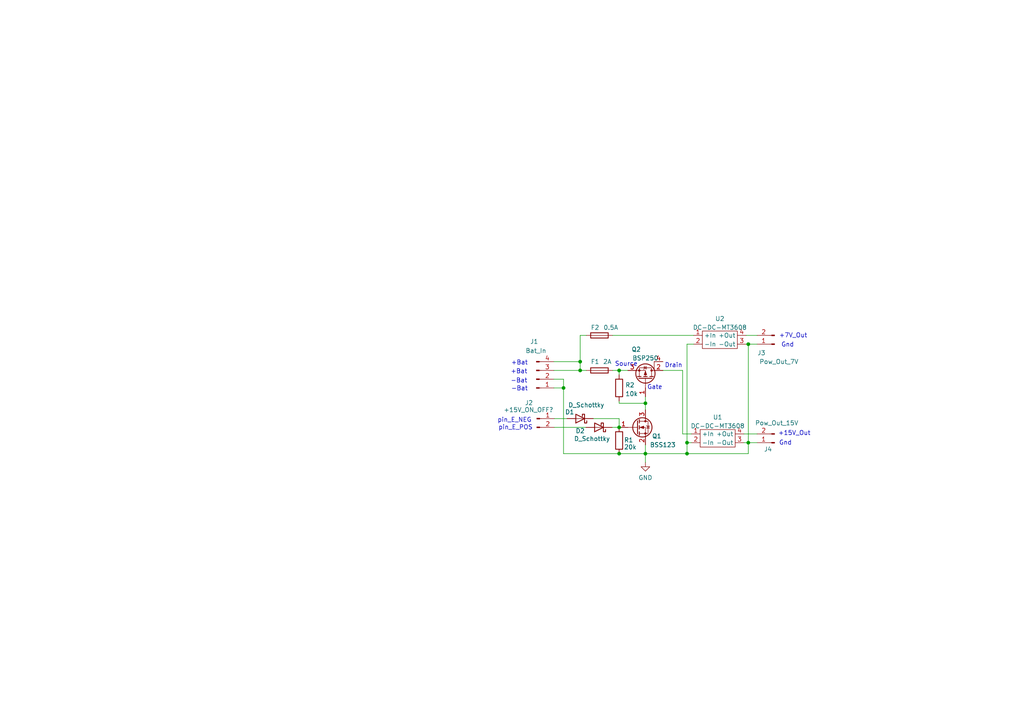
<source format=kicad_sch>
(kicad_sch (version 20211123) (generator eeschema)

  (uuid c3ea0578-92ff-4bf6-a1e1-e6211374ef30)

  (paper "A4")

  (lib_symbols
    (symbol "Connector:Conn_01x02_Male" (pin_names (offset 1.016) hide) (in_bom yes) (on_board yes)
      (property "Reference" "J" (id 0) (at 0 2.54 0)
        (effects (font (size 1.27 1.27)))
      )
      (property "Value" "Conn_01x02_Male" (id 1) (at 0 -5.08 0)
        (effects (font (size 1.27 1.27)))
      )
      (property "Footprint" "" (id 2) (at 0 0 0)
        (effects (font (size 1.27 1.27)) hide)
      )
      (property "Datasheet" "~" (id 3) (at 0 0 0)
        (effects (font (size 1.27 1.27)) hide)
      )
      (property "ki_keywords" "connector" (id 4) (at 0 0 0)
        (effects (font (size 1.27 1.27)) hide)
      )
      (property "ki_description" "Generic connector, single row, 01x02, script generated (kicad-library-utils/schlib/autogen/connector/)" (id 5) (at 0 0 0)
        (effects (font (size 1.27 1.27)) hide)
      )
      (property "ki_fp_filters" "Connector*:*_1x??_*" (id 6) (at 0 0 0)
        (effects (font (size 1.27 1.27)) hide)
      )
      (symbol "Conn_01x02_Male_1_1"
        (polyline
          (pts
            (xy 1.27 -2.54)
            (xy 0.8636 -2.54)
          )
          (stroke (width 0.1524) (type default) (color 0 0 0 0))
          (fill (type none))
        )
        (polyline
          (pts
            (xy 1.27 0)
            (xy 0.8636 0)
          )
          (stroke (width 0.1524) (type default) (color 0 0 0 0))
          (fill (type none))
        )
        (rectangle (start 0.8636 -2.413) (end 0 -2.667)
          (stroke (width 0.1524) (type default) (color 0 0 0 0))
          (fill (type outline))
        )
        (rectangle (start 0.8636 0.127) (end 0 -0.127)
          (stroke (width 0.1524) (type default) (color 0 0 0 0))
          (fill (type outline))
        )
        (pin passive line (at 5.08 0 180) (length 3.81)
          (name "Pin_1" (effects (font (size 1.27 1.27))))
          (number "1" (effects (font (size 1.27 1.27))))
        )
        (pin passive line (at 5.08 -2.54 180) (length 3.81)
          (name "Pin_2" (effects (font (size 1.27 1.27))))
          (number "2" (effects (font (size 1.27 1.27))))
        )
      )
    )
    (symbol "Connector:Conn_01x04_Male" (pin_names (offset 1.016) hide) (in_bom yes) (on_board yes)
      (property "Reference" "J" (id 0) (at 0 5.08 0)
        (effects (font (size 1.27 1.27)))
      )
      (property "Value" "Conn_01x04_Male" (id 1) (at 0 -7.62 0)
        (effects (font (size 1.27 1.27)))
      )
      (property "Footprint" "" (id 2) (at 0 0 0)
        (effects (font (size 1.27 1.27)) hide)
      )
      (property "Datasheet" "~" (id 3) (at 0 0 0)
        (effects (font (size 1.27 1.27)) hide)
      )
      (property "ki_keywords" "connector" (id 4) (at 0 0 0)
        (effects (font (size 1.27 1.27)) hide)
      )
      (property "ki_description" "Generic connector, single row, 01x04, script generated (kicad-library-utils/schlib/autogen/connector/)" (id 5) (at 0 0 0)
        (effects (font (size 1.27 1.27)) hide)
      )
      (property "ki_fp_filters" "Connector*:*_1x??_*" (id 6) (at 0 0 0)
        (effects (font (size 1.27 1.27)) hide)
      )
      (symbol "Conn_01x04_Male_1_1"
        (polyline
          (pts
            (xy 1.27 -5.08)
            (xy 0.8636 -5.08)
          )
          (stroke (width 0.1524) (type default) (color 0 0 0 0))
          (fill (type none))
        )
        (polyline
          (pts
            (xy 1.27 -2.54)
            (xy 0.8636 -2.54)
          )
          (stroke (width 0.1524) (type default) (color 0 0 0 0))
          (fill (type none))
        )
        (polyline
          (pts
            (xy 1.27 0)
            (xy 0.8636 0)
          )
          (stroke (width 0.1524) (type default) (color 0 0 0 0))
          (fill (type none))
        )
        (polyline
          (pts
            (xy 1.27 2.54)
            (xy 0.8636 2.54)
          )
          (stroke (width 0.1524) (type default) (color 0 0 0 0))
          (fill (type none))
        )
        (rectangle (start 0.8636 -4.953) (end 0 -5.207)
          (stroke (width 0.1524) (type default) (color 0 0 0 0))
          (fill (type outline))
        )
        (rectangle (start 0.8636 -2.413) (end 0 -2.667)
          (stroke (width 0.1524) (type default) (color 0 0 0 0))
          (fill (type outline))
        )
        (rectangle (start 0.8636 0.127) (end 0 -0.127)
          (stroke (width 0.1524) (type default) (color 0 0 0 0))
          (fill (type outline))
        )
        (rectangle (start 0.8636 2.667) (end 0 2.413)
          (stroke (width 0.1524) (type default) (color 0 0 0 0))
          (fill (type outline))
        )
        (pin passive line (at 5.08 2.54 180) (length 3.81)
          (name "Pin_1" (effects (font (size 1.27 1.27))))
          (number "1" (effects (font (size 1.27 1.27))))
        )
        (pin passive line (at 5.08 0 180) (length 3.81)
          (name "Pin_2" (effects (font (size 1.27 1.27))))
          (number "2" (effects (font (size 1.27 1.27))))
        )
        (pin passive line (at 5.08 -2.54 180) (length 3.81)
          (name "Pin_3" (effects (font (size 1.27 1.27))))
          (number "3" (effects (font (size 1.27 1.27))))
        )
        (pin passive line (at 5.08 -5.08 180) (length 3.81)
          (name "Pin_4" (effects (font (size 1.27 1.27))))
          (number "4" (effects (font (size 1.27 1.27))))
        )
      )
    )
    (symbol "DC-DC-MT3608_1" (in_bom yes) (on_board yes)
      (property "Reference" "U" (id 0) (at -6.35 7.62 0)
        (effects (font (size 1.27 1.27)))
      )
      (property "Value" "DC-DC-MT3608_1" (id 1) (at 0 5.08 0)
        (effects (font (size 1.27 1.27)))
      )
      (property "Footprint" "" (id 2) (at 0 0 0)
        (effects (font (size 1.27 1.27)) hide)
      )
      (property "Datasheet" "" (id 3) (at 0 0 0)
        (effects (font (size 1.27 1.27)) hide)
      )
      (symbol "DC-DC-MT3608_1_0_1"
        (rectangle (start 6.35 -1.27) (end -3.81 3.81)
          (stroke (width 0) (type default) (color 0 0 0 0))
          (fill (type none))
        )
      )
      (symbol "DC-DC-MT3608_1_1_1"
        (pin input line (at -6.35 2.54 0) (length 2.54)
          (name "+In" (effects (font (size 1.27 1.27))))
          (number "1" (effects (font (size 1.27 1.27))))
        )
        (pin input line (at -6.35 0 0) (length 2.54)
          (name "-In" (effects (font (size 1.27 1.27))))
          (number "2" (effects (font (size 1.27 1.27))))
        )
        (pin output line (at 8.89 0 180) (length 2.54)
          (name "-Out" (effects (font (size 1.27 1.27))))
          (number "3" (effects (font (size 1.27 1.27))))
        )
        (pin output line (at 8.89 2.54 180) (length 2.54)
          (name "+Out" (effects (font (size 1.27 1.27))))
          (number "4" (effects (font (size 1.27 1.27))))
        )
      )
    )
    (symbol "Device:D_Schottky" (pin_numbers hide) (pin_names (offset 1.016) hide) (in_bom yes) (on_board yes)
      (property "Reference" "D" (id 0) (at 0 2.54 0)
        (effects (font (size 1.27 1.27)))
      )
      (property "Value" "D_Schottky" (id 1) (at 0 -2.54 0)
        (effects (font (size 1.27 1.27)))
      )
      (property "Footprint" "" (id 2) (at 0 0 0)
        (effects (font (size 1.27 1.27)) hide)
      )
      (property "Datasheet" "~" (id 3) (at 0 0 0)
        (effects (font (size 1.27 1.27)) hide)
      )
      (property "ki_keywords" "diode Schottky" (id 4) (at 0 0 0)
        (effects (font (size 1.27 1.27)) hide)
      )
      (property "ki_description" "Schottky diode" (id 5) (at 0 0 0)
        (effects (font (size 1.27 1.27)) hide)
      )
      (property "ki_fp_filters" "TO-???* *_Diode_* *SingleDiode* D_*" (id 6) (at 0 0 0)
        (effects (font (size 1.27 1.27)) hide)
      )
      (symbol "D_Schottky_0_1"
        (polyline
          (pts
            (xy 1.27 0)
            (xy -1.27 0)
          )
          (stroke (width 0) (type default) (color 0 0 0 0))
          (fill (type none))
        )
        (polyline
          (pts
            (xy 1.27 1.27)
            (xy 1.27 -1.27)
            (xy -1.27 0)
            (xy 1.27 1.27)
          )
          (stroke (width 0.254) (type default) (color 0 0 0 0))
          (fill (type none))
        )
        (polyline
          (pts
            (xy -1.905 0.635)
            (xy -1.905 1.27)
            (xy -1.27 1.27)
            (xy -1.27 -1.27)
            (xy -0.635 -1.27)
            (xy -0.635 -0.635)
          )
          (stroke (width 0.254) (type default) (color 0 0 0 0))
          (fill (type none))
        )
      )
      (symbol "D_Schottky_1_1"
        (pin passive line (at -3.81 0 0) (length 2.54)
          (name "K" (effects (font (size 1.27 1.27))))
          (number "1" (effects (font (size 1.27 1.27))))
        )
        (pin passive line (at 3.81 0 180) (length 2.54)
          (name "A" (effects (font (size 1.27 1.27))))
          (number "2" (effects (font (size 1.27 1.27))))
        )
      )
    )
    (symbol "Device:Fuse" (pin_numbers hide) (pin_names (offset 0)) (in_bom yes) (on_board yes)
      (property "Reference" "F" (id 0) (at 2.032 0 90)
        (effects (font (size 1.27 1.27)))
      )
      (property "Value" "Fuse" (id 1) (at -1.905 0 90)
        (effects (font (size 1.27 1.27)))
      )
      (property "Footprint" "" (id 2) (at -1.778 0 90)
        (effects (font (size 1.27 1.27)) hide)
      )
      (property "Datasheet" "~" (id 3) (at 0 0 0)
        (effects (font (size 1.27 1.27)) hide)
      )
      (property "ki_keywords" "fuse" (id 4) (at 0 0 0)
        (effects (font (size 1.27 1.27)) hide)
      )
      (property "ki_description" "Fuse" (id 5) (at 0 0 0)
        (effects (font (size 1.27 1.27)) hide)
      )
      (property "ki_fp_filters" "*Fuse*" (id 6) (at 0 0 0)
        (effects (font (size 1.27 1.27)) hide)
      )
      (symbol "Fuse_0_1"
        (rectangle (start -0.762 -2.54) (end 0.762 2.54)
          (stroke (width 0.254) (type default) (color 0 0 0 0))
          (fill (type none))
        )
        (polyline
          (pts
            (xy 0 2.54)
            (xy 0 -2.54)
          )
          (stroke (width 0) (type default) (color 0 0 0 0))
          (fill (type none))
        )
      )
      (symbol "Fuse_1_1"
        (pin passive line (at 0 3.81 270) (length 1.27)
          (name "~" (effects (font (size 1.27 1.27))))
          (number "1" (effects (font (size 1.27 1.27))))
        )
        (pin passive line (at 0 -3.81 90) (length 1.27)
          (name "~" (effects (font (size 1.27 1.27))))
          (number "2" (effects (font (size 1.27 1.27))))
        )
      )
    )
    (symbol "Device:Q_PMOS_GDSD" (pin_names (offset 0) hide) (in_bom yes) (on_board yes)
      (property "Reference" "Q" (id 0) (at 5.08 1.27 0)
        (effects (font (size 1.27 1.27)) (justify left))
      )
      (property "Value" "Q_PMOS_GDSD" (id 1) (at 5.08 -1.27 0)
        (effects (font (size 1.27 1.27)) (justify left))
      )
      (property "Footprint" "" (id 2) (at 5.08 2.54 0)
        (effects (font (size 1.27 1.27)) hide)
      )
      (property "Datasheet" "~" (id 3) (at 0 0 0)
        (effects (font (size 1.27 1.27)) hide)
      )
      (property "ki_keywords" "transistor PMOS P-MOS P-MOSFET" (id 4) (at 0 0 0)
        (effects (font (size 1.27 1.27)) hide)
      )
      (property "ki_description" "P-MOSFET transistor, gate/drain/source, drain connected to mounting plane" (id 5) (at 0 0 0)
        (effects (font (size 1.27 1.27)) hide)
      )
      (symbol "Q_PMOS_GDSD_0_1"
        (polyline
          (pts
            (xy 0.254 0)
            (xy -2.54 0)
          )
          (stroke (width 0) (type default) (color 0 0 0 0))
          (fill (type none))
        )
        (polyline
          (pts
            (xy 0.254 1.905)
            (xy 0.254 -1.905)
          )
          (stroke (width 0.254) (type default) (color 0 0 0 0))
          (fill (type none))
        )
        (polyline
          (pts
            (xy 0.762 -1.27)
            (xy 0.762 -2.286)
          )
          (stroke (width 0.254) (type default) (color 0 0 0 0))
          (fill (type none))
        )
        (polyline
          (pts
            (xy 0.762 0.508)
            (xy 0.762 -0.508)
          )
          (stroke (width 0.254) (type default) (color 0 0 0 0))
          (fill (type none))
        )
        (polyline
          (pts
            (xy 0.762 2.286)
            (xy 0.762 1.27)
          )
          (stroke (width 0.254) (type default) (color 0 0 0 0))
          (fill (type none))
        )
        (polyline
          (pts
            (xy 2.54 -2.54)
            (xy 2.54 0)
            (xy 0.762 0)
          )
          (stroke (width 0) (type default) (color 0 0 0 0))
          (fill (type none))
        )
        (polyline
          (pts
            (xy 5.08 2.54)
            (xy 2.54 2.54)
            (xy 2.54 1.778)
          )
          (stroke (width 0) (type default) (color 0 0 0 0))
          (fill (type none))
        )
        (polyline
          (pts
            (xy 0.762 1.778)
            (xy 3.302 1.778)
            (xy 3.302 -1.778)
            (xy 0.762 -1.778)
          )
          (stroke (width 0) (type default) (color 0 0 0 0))
          (fill (type none))
        )
        (polyline
          (pts
            (xy 2.286 0)
            (xy 1.27 0.381)
            (xy 1.27 -0.381)
            (xy 2.286 0)
          )
          (stroke (width 0) (type default) (color 0 0 0 0))
          (fill (type outline))
        )
        (polyline
          (pts
            (xy 2.794 -0.508)
            (xy 2.921 -0.381)
            (xy 3.683 -0.381)
            (xy 3.81 -0.254)
          )
          (stroke (width 0) (type default) (color 0 0 0 0))
          (fill (type none))
        )
        (polyline
          (pts
            (xy 3.302 -0.381)
            (xy 2.921 0.254)
            (xy 3.683 0.254)
            (xy 3.302 -0.381)
          )
          (stroke (width 0) (type default) (color 0 0 0 0))
          (fill (type none))
        )
        (circle (center 1.651 0) (radius 2.794)
          (stroke (width 0.254) (type default) (color 0 0 0 0))
          (fill (type none))
        )
        (circle (center 2.54 -1.778) (radius 0.254)
          (stroke (width 0) (type default) (color 0 0 0 0))
          (fill (type outline))
        )
        (circle (center 2.54 1.778) (radius 0.254)
          (stroke (width 0) (type default) (color 0 0 0 0))
          (fill (type outline))
        )
      )
      (symbol "Q_PMOS_GDSD_1_1"
        (pin input line (at -5.08 0 0) (length 2.54)
          (name "G" (effects (font (size 1.27 1.27))))
          (number "1" (effects (font (size 1.27 1.27))))
        )
        (pin passive line (at 2.54 5.08 270) (length 2.54)
          (name "D" (effects (font (size 1.27 1.27))))
          (number "2" (effects (font (size 1.27 1.27))))
        )
        (pin passive line (at 2.54 -5.08 90) (length 2.54)
          (name "S" (effects (font (size 1.27 1.27))))
          (number "3" (effects (font (size 1.27 1.27))))
        )
        (pin passive line (at 5.08 5.08 270) (length 2.54)
          (name "D" (effects (font (size 1.27 1.27))))
          (number "4" (effects (font (size 1.27 1.27))))
        )
      )
    )
    (symbol "Device:R" (pin_numbers hide) (pin_names (offset 0)) (in_bom yes) (on_board yes)
      (property "Reference" "R" (id 0) (at 2.032 0 90)
        (effects (font (size 1.27 1.27)))
      )
      (property "Value" "R" (id 1) (at 0 0 90)
        (effects (font (size 1.27 1.27)))
      )
      (property "Footprint" "" (id 2) (at -1.778 0 90)
        (effects (font (size 1.27 1.27)) hide)
      )
      (property "Datasheet" "~" (id 3) (at 0 0 0)
        (effects (font (size 1.27 1.27)) hide)
      )
      (property "ki_keywords" "R res resistor" (id 4) (at 0 0 0)
        (effects (font (size 1.27 1.27)) hide)
      )
      (property "ki_description" "Resistor" (id 5) (at 0 0 0)
        (effects (font (size 1.27 1.27)) hide)
      )
      (property "ki_fp_filters" "R_*" (id 6) (at 0 0 0)
        (effects (font (size 1.27 1.27)) hide)
      )
      (symbol "R_0_1"
        (rectangle (start -1.016 -2.54) (end 1.016 2.54)
          (stroke (width 0.254) (type default) (color 0 0 0 0))
          (fill (type none))
        )
      )
      (symbol "R_1_1"
        (pin passive line (at 0 3.81 270) (length 1.27)
          (name "~" (effects (font (size 1.27 1.27))))
          (number "1" (effects (font (size 1.27 1.27))))
        )
        (pin passive line (at 0 -3.81 90) (length 1.27)
          (name "~" (effects (font (size 1.27 1.27))))
          (number "2" (effects (font (size 1.27 1.27))))
        )
      )
    )
    (symbol "Transistor_FET:BSS123" (pin_names hide) (in_bom yes) (on_board yes)
      (property "Reference" "Q" (id 0) (at 5.08 1.905 0)
        (effects (font (size 1.27 1.27)) (justify left))
      )
      (property "Value" "BSS123" (id 1) (at 5.08 0 0)
        (effects (font (size 1.27 1.27)) (justify left))
      )
      (property "Footprint" "Package_TO_SOT_SMD:SOT-23" (id 2) (at 5.08 -1.905 0)
        (effects (font (size 1.27 1.27) italic) (justify left) hide)
      )
      (property "Datasheet" "http://www.diodes.com/assets/Datasheets/ds30366.pdf" (id 3) (at 0 0 0)
        (effects (font (size 1.27 1.27)) (justify left) hide)
      )
      (property "ki_keywords" "N-Channel MOSFET" (id 4) (at 0 0 0)
        (effects (font (size 1.27 1.27)) hide)
      )
      (property "ki_description" "0.17A Id, 100V Vds, N-Channel MOSFET, SOT-23" (id 5) (at 0 0 0)
        (effects (font (size 1.27 1.27)) hide)
      )
      (property "ki_fp_filters" "SOT?23*" (id 6) (at 0 0 0)
        (effects (font (size 1.27 1.27)) hide)
      )
      (symbol "BSS123_0_1"
        (polyline
          (pts
            (xy 0.254 0)
            (xy -2.54 0)
          )
          (stroke (width 0) (type default) (color 0 0 0 0))
          (fill (type none))
        )
        (polyline
          (pts
            (xy 0.254 1.905)
            (xy 0.254 -1.905)
          )
          (stroke (width 0.254) (type default) (color 0 0 0 0))
          (fill (type none))
        )
        (polyline
          (pts
            (xy 0.762 -1.27)
            (xy 0.762 -2.286)
          )
          (stroke (width 0.254) (type default) (color 0 0 0 0))
          (fill (type none))
        )
        (polyline
          (pts
            (xy 0.762 0.508)
            (xy 0.762 -0.508)
          )
          (stroke (width 0.254) (type default) (color 0 0 0 0))
          (fill (type none))
        )
        (polyline
          (pts
            (xy 0.762 2.286)
            (xy 0.762 1.27)
          )
          (stroke (width 0.254) (type default) (color 0 0 0 0))
          (fill (type none))
        )
        (polyline
          (pts
            (xy 2.54 2.54)
            (xy 2.54 1.778)
          )
          (stroke (width 0) (type default) (color 0 0 0 0))
          (fill (type none))
        )
        (polyline
          (pts
            (xy 2.54 -2.54)
            (xy 2.54 0)
            (xy 0.762 0)
          )
          (stroke (width 0) (type default) (color 0 0 0 0))
          (fill (type none))
        )
        (polyline
          (pts
            (xy 0.762 -1.778)
            (xy 3.302 -1.778)
            (xy 3.302 1.778)
            (xy 0.762 1.778)
          )
          (stroke (width 0) (type default) (color 0 0 0 0))
          (fill (type none))
        )
        (polyline
          (pts
            (xy 1.016 0)
            (xy 2.032 0.381)
            (xy 2.032 -0.381)
            (xy 1.016 0)
          )
          (stroke (width 0) (type default) (color 0 0 0 0))
          (fill (type outline))
        )
        (polyline
          (pts
            (xy 2.794 0.508)
            (xy 2.921 0.381)
            (xy 3.683 0.381)
            (xy 3.81 0.254)
          )
          (stroke (width 0) (type default) (color 0 0 0 0))
          (fill (type none))
        )
        (polyline
          (pts
            (xy 3.302 0.381)
            (xy 2.921 -0.254)
            (xy 3.683 -0.254)
            (xy 3.302 0.381)
          )
          (stroke (width 0) (type default) (color 0 0 0 0))
          (fill (type none))
        )
        (circle (center 1.651 0) (radius 2.794)
          (stroke (width 0.254) (type default) (color 0 0 0 0))
          (fill (type none))
        )
        (circle (center 2.54 -1.778) (radius 0.254)
          (stroke (width 0) (type default) (color 0 0 0 0))
          (fill (type outline))
        )
        (circle (center 2.54 1.778) (radius 0.254)
          (stroke (width 0) (type default) (color 0 0 0 0))
          (fill (type outline))
        )
      )
      (symbol "BSS123_1_1"
        (pin input line (at -5.08 0 0) (length 2.54)
          (name "G" (effects (font (size 1.27 1.27))))
          (number "1" (effects (font (size 1.27 1.27))))
        )
        (pin passive line (at 2.54 -5.08 90) (length 2.54)
          (name "S" (effects (font (size 1.27 1.27))))
          (number "2" (effects (font (size 1.27 1.27))))
        )
        (pin passive line (at 2.54 5.08 270) (length 2.54)
          (name "D" (effects (font (size 1.27 1.27))))
          (number "3" (effects (font (size 1.27 1.27))))
        )
      )
    )
    (symbol "power:GND" (power) (pin_names (offset 0)) (in_bom yes) (on_board yes)
      (property "Reference" "#PWR" (id 0) (at 0 -6.35 0)
        (effects (font (size 1.27 1.27)) hide)
      )
      (property "Value" "GND" (id 1) (at 0 -3.81 0)
        (effects (font (size 1.27 1.27)))
      )
      (property "Footprint" "" (id 2) (at 0 0 0)
        (effects (font (size 1.27 1.27)) hide)
      )
      (property "Datasheet" "" (id 3) (at 0 0 0)
        (effects (font (size 1.27 1.27)) hide)
      )
      (property "ki_keywords" "global power" (id 4) (at 0 0 0)
        (effects (font (size 1.27 1.27)) hide)
      )
      (property "ki_description" "Power symbol creates a global label with name \"GND\" , ground" (id 5) (at 0 0 0)
        (effects (font (size 1.27 1.27)) hide)
      )
      (symbol "GND_0_1"
        (polyline
          (pts
            (xy 0 0)
            (xy 0 -1.27)
            (xy 1.27 -1.27)
            (xy 0 -2.54)
            (xy -1.27 -1.27)
            (xy 0 -1.27)
          )
          (stroke (width 0) (type default) (color 0 0 0 0))
          (fill (type none))
        )
      )
      (symbol "GND_1_1"
        (pin power_in line (at 0 0 270) (length 0) hide
          (name "GND" (effects (font (size 1.27 1.27))))
          (number "1" (effects (font (size 1.27 1.27))))
        )
      )
    )
  )

  (junction (at 199.263 128.397) (diameter 0) (color 0 0 0 0)
    (uuid 28c031b5-9bf6-4157-b10b-20eae6896a96)
  )
  (junction (at 217.043 128.397) (diameter 0) (color 0 0 0 0)
    (uuid 4136f914-065c-4ce0-adfd-b0a6b4364d6d)
  )
  (junction (at 217.043 99.822) (diameter 0) (color 0 0 0 0)
    (uuid 43a41222-edc1-4cb3-937b-7ca23907b80b)
  )
  (junction (at 199.263 131.572) (diameter 0) (color 0 0 0 0)
    (uuid 5ac4a3be-348d-44d1-9207-8ae80df72c4c)
  )
  (junction (at 179.578 123.952) (diameter 0) (color 0 0 0 0)
    (uuid 5c91f0c9-2890-49a9-b20d-2e30c86b1e74)
  )
  (junction (at 168.275 107.442) (diameter 0) (color 0 0 0 0)
    (uuid 843287c5-7af3-4258-b195-0ce2346917a1)
  )
  (junction (at 187.198 116.967) (diameter 0) (color 0 0 0 0)
    (uuid 87fafd3c-d755-4e49-99f5-4da94d2c7be8)
  )
  (junction (at 179.578 131.572) (diameter 0) (color 0 0 0 0)
    (uuid bcb18250-6b61-44b8-b866-31e735cb00fe)
  )
  (junction (at 168.275 104.902) (diameter 0) (color 0 0 0 0)
    (uuid e64d4b10-7c43-4faa-b1cb-2512f604a99a)
  )
  (junction (at 187.198 131.572) (diameter 0) (color 0 0 0 0)
    (uuid eb68f05d-9e68-4639-8c5a-118c9598b770)
  )
  (junction (at 179.578 107.442) (diameter 0) (color 0 0 0 0)
    (uuid fc350418-b179-42a7-ab45-aaeeea7375e1)
  )
  (junction (at 163.449 112.522) (diameter 0) (color 0 0 0 0)
    (uuid fccf0515-fdd3-4aa7-8bca-b2a6f9a735e8)
  )

  (wire (pts (xy 177.673 97.282) (xy 201.168 97.282))
    (stroke (width 0) (type default) (color 0 0 0 0))
    (uuid 0a7c19ef-9e14-4d34-81ea-90fe54ad3d12)
  )
  (wire (pts (xy 200.533 128.397) (xy 199.263 128.397))
    (stroke (width 0) (type default) (color 0 0 0 0))
    (uuid 0aefb8b9-6e46-4f85-a858-3e6cea2b86e9)
  )
  (wire (pts (xy 163.449 112.522) (xy 163.449 109.982))
    (stroke (width 0) (type default) (color 0 0 0 0))
    (uuid 0b3ca207-2e26-4d29-971c-766fe817defc)
  )
  (wire (pts (xy 168.275 104.902) (xy 168.275 97.282))
    (stroke (width 0) (type default) (color 0 0 0 0))
    (uuid 10a426d1-1b7e-4839-b1a4-e3ab5dc9d800)
  )
  (wire (pts (xy 168.275 97.282) (xy 170.053 97.282))
    (stroke (width 0) (type default) (color 0 0 0 0))
    (uuid 1acdddf0-62eb-4271-aaea-6f6dbab7d3e2)
  )
  (wire (pts (xy 199.263 99.822) (xy 199.263 128.397))
    (stroke (width 0) (type default) (color 0 0 0 0))
    (uuid 26499575-d3c9-4596-9983-9045a056f277)
  )
  (wire (pts (xy 215.773 128.397) (xy 217.043 128.397))
    (stroke (width 0) (type default) (color 0 0 0 0))
    (uuid 2d7c7638-43e0-4594-82d8-5bdbffb96047)
  )
  (wire (pts (xy 179.578 107.442) (xy 179.578 108.712))
    (stroke (width 0) (type default) (color 0 0 0 0))
    (uuid 33108f1b-5976-46dd-90cc-4855782b4f6d)
  )
  (wire (pts (xy 168.275 107.442) (xy 168.275 104.902))
    (stroke (width 0) (type default) (color 0 0 0 0))
    (uuid 39f5fdfa-6269-4864-a091-b46e863bfac9)
  )
  (wire (pts (xy 199.263 99.822) (xy 201.168 99.822))
    (stroke (width 0) (type default) (color 0 0 0 0))
    (uuid 3a41f3dd-e6de-4d2f-8fb3-9eb6096e2b8b)
  )
  (wire (pts (xy 187.198 131.572) (xy 187.198 134.112))
    (stroke (width 0) (type default) (color 0 0 0 0))
    (uuid 41b42466-1a32-451d-8323-2bf337a6ab63)
  )
  (wire (pts (xy 179.578 131.572) (xy 187.198 131.572))
    (stroke (width 0) (type default) (color 0 0 0 0))
    (uuid 44f14901-48f9-43fa-849e-dd113d0bce65)
  )
  (wire (pts (xy 199.263 128.397) (xy 199.263 131.572))
    (stroke (width 0) (type default) (color 0 0 0 0))
    (uuid 4b696f14-ab01-4e27-ae21-14a6805938f5)
  )
  (wire (pts (xy 197.993 125.857) (xy 200.533 125.857))
    (stroke (width 0) (type default) (color 0 0 0 0))
    (uuid 59555c1b-4b72-432c-be58-a0e83751719a)
  )
  (wire (pts (xy 179.578 121.412) (xy 179.578 123.952))
    (stroke (width 0) (type default) (color 0 0 0 0))
    (uuid 5a8cf66b-ad24-43cd-b00f-1ff88017fc00)
  )
  (wire (pts (xy 217.043 128.397) (xy 219.583 128.397))
    (stroke (width 0) (type default) (color 0 0 0 0))
    (uuid 5aa4f8e4-6607-4747-b334-6348c839823a)
  )
  (wire (pts (xy 187.198 116.967) (xy 187.198 118.872))
    (stroke (width 0) (type default) (color 0 0 0 0))
    (uuid 5e1ffb57-7bf9-4a54-a0ff-3190c49745cd)
  )
  (wire (pts (xy 160.655 104.902) (xy 168.275 104.902))
    (stroke (width 0) (type default) (color 0 0 0 0))
    (uuid 61fe0b9a-f7d8-46ff-bedd-ff11242bc906)
  )
  (wire (pts (xy 177.673 107.442) (xy 179.578 107.442))
    (stroke (width 0) (type default) (color 0 0 0 0))
    (uuid 67632a57-665e-4686-b8bd-a16b9646c698)
  )
  (wire (pts (xy 216.408 97.282) (xy 219.583 97.282))
    (stroke (width 0) (type default) (color 0 0 0 0))
    (uuid 6b768038-ada7-4731-beb3-93aec567a7aa)
  )
  (wire (pts (xy 179.578 116.967) (xy 187.198 116.967))
    (stroke (width 0) (type default) (color 0 0 0 0))
    (uuid 6fd20998-f71c-4a3b-b70f-49ae9703303c)
  )
  (wire (pts (xy 168.275 107.442) (xy 170.053 107.442))
    (stroke (width 0) (type default) (color 0 0 0 0))
    (uuid 70483f1c-4fb2-4d12-93fb-92d7e68f0c2b)
  )
  (wire (pts (xy 160.655 112.522) (xy 163.449 112.522))
    (stroke (width 0) (type default) (color 0 0 0 0))
    (uuid 71b17f2c-ad7a-4502-bec5-894e00bcbcfb)
  )
  (wire (pts (xy 160.782 121.412) (xy 164.465 121.412))
    (stroke (width 0) (type default) (color 0 0 0 0))
    (uuid 7ff9ba39-b1bf-4340-89da-9b8b580868d2)
  )
  (wire (pts (xy 179.578 107.442) (xy 182.118 107.442))
    (stroke (width 0) (type default) (color 0 0 0 0))
    (uuid 85cad423-ab4e-4809-9343-7ddb10211f5f)
  )
  (wire (pts (xy 177.546 123.952) (xy 179.578 123.952))
    (stroke (width 0) (type default) (color 0 0 0 0))
    (uuid 8ad85f89-4d2a-4fee-82ae-0fe5598fc33a)
  )
  (wire (pts (xy 199.263 131.572) (xy 217.043 131.572))
    (stroke (width 0) (type default) (color 0 0 0 0))
    (uuid a95a2176-5f3d-41f5-8b77-59a166f42a8d)
  )
  (wire (pts (xy 179.578 116.332) (xy 179.578 116.967))
    (stroke (width 0) (type default) (color 0 0 0 0))
    (uuid aa4a1c99-036c-453e-946f-6cdeb3e82d4c)
  )
  (wire (pts (xy 215.773 125.857) (xy 219.583 125.857))
    (stroke (width 0) (type default) (color 0 0 0 0))
    (uuid b86a95fd-2dd9-4d52-8455-1f5323271ce0)
  )
  (wire (pts (xy 160.782 123.952) (xy 169.926 123.952))
    (stroke (width 0) (type default) (color 0 0 0 0))
    (uuid bb1509df-fb6c-4c0c-994d-0de760dc360e)
  )
  (wire (pts (xy 197.993 107.442) (xy 197.993 125.857))
    (stroke (width 0) (type default) (color 0 0 0 0))
    (uuid bb90a080-5923-4b59-9d84-40817907ca1b)
  )
  (wire (pts (xy 216.408 99.822) (xy 217.043 99.822))
    (stroke (width 0) (type default) (color 0 0 0 0))
    (uuid bbbe59ac-84d6-4c49-a21e-54b5d8583443)
  )
  (wire (pts (xy 163.449 131.572) (xy 179.578 131.572))
    (stroke (width 0) (type default) (color 0 0 0 0))
    (uuid c2b017dd-afeb-47b7-947e-b4832a469d63)
  )
  (wire (pts (xy 192.278 107.442) (xy 197.993 107.442))
    (stroke (width 0) (type default) (color 0 0 0 0))
    (uuid ce97bf64-6e32-4be4-973c-c3d41f2b4581)
  )
  (wire (pts (xy 172.085 121.412) (xy 179.578 121.412))
    (stroke (width 0) (type default) (color 0 0 0 0))
    (uuid d133695b-f019-40e2-a097-2b47bd1a8164)
  )
  (wire (pts (xy 217.043 99.822) (xy 217.043 128.397))
    (stroke (width 0) (type default) (color 0 0 0 0))
    (uuid d32a74bb-da50-4ac2-b401-4c1827484f65)
  )
  (wire (pts (xy 217.043 128.397) (xy 217.043 131.572))
    (stroke (width 0) (type default) (color 0 0 0 0))
    (uuid d4cfb899-389f-4571-a635-6b8e4b328a9f)
  )
  (wire (pts (xy 187.198 116.967) (xy 187.198 115.062))
    (stroke (width 0) (type default) (color 0 0 0 0))
    (uuid d56485be-422a-4650-93d9-1f395b070438)
  )
  (wire (pts (xy 160.655 107.442) (xy 168.275 107.442))
    (stroke (width 0) (type default) (color 0 0 0 0))
    (uuid d5e9577f-312a-43e2-b2b9-b93291de5112)
  )
  (wire (pts (xy 163.449 109.982) (xy 160.655 109.982))
    (stroke (width 0) (type default) (color 0 0 0 0))
    (uuid d8f86190-b01f-48ed-871e-2ac54c638b20)
  )
  (wire (pts (xy 163.449 112.522) (xy 163.449 131.572))
    (stroke (width 0) (type default) (color 0 0 0 0))
    (uuid db9e0550-1033-4ab0-bc87-be881557591e)
  )
  (wire (pts (xy 187.198 129.032) (xy 187.198 131.572))
    (stroke (width 0) (type default) (color 0 0 0 0))
    (uuid e2a01af5-57ca-47b9-9c0f-77bde62d612d)
  )
  (wire (pts (xy 217.043 99.822) (xy 219.583 99.822))
    (stroke (width 0) (type default) (color 0 0 0 0))
    (uuid e3856d95-83b9-420c-8c3e-ac1a1ffa62b6)
  )
  (wire (pts (xy 187.198 131.572) (xy 199.263 131.572))
    (stroke (width 0) (type default) (color 0 0 0 0))
    (uuid e3ed67b5-b007-4026-a6a4-716c4771b6d2)
  )

  (text "Drain" (at 192.786 106.807 0)
    (effects (font (size 1.27 1.27)) (justify left bottom))
    (uuid 012e2be7-c92f-49e6-9552-73faa3bce35c)
  )
  (text "-Bat" (at 148.209 113.538 0)
    (effects (font (size 1.27 1.27)) (justify left bottom))
    (uuid 2893a206-ae30-454f-9528-cbdc21ef0a65)
  )
  (text "pin_E_NEG" (at 144.272 122.682 0)
    (effects (font (size 1.27 1.27)) (justify left bottom))
    (uuid 2c4b7f4e-9f34-4266-b0ff-cb63cd4363f2)
  )
  (text "-Bat" (at 148.082 111.252 0)
    (effects (font (size 1.27 1.27)) (justify left bottom))
    (uuid 338d3bc2-5a88-4b96-826f-324592557999)
  )
  (text "Source" (at 178.308 106.426 0)
    (effects (font (size 1.27 1.27)) (justify left bottom))
    (uuid 463b4f05-0cc8-48b3-9f90-5e71e9d61b36)
  )
  (text "+Bat" (at 148.209 106.045 0)
    (effects (font (size 1.27 1.27)) (justify left bottom))
    (uuid 464d1115-497f-4352-b725-0d9fcd65b34e)
  )
  (text "pin_E_POS" (at 144.526 124.841 0)
    (effects (font (size 1.27 1.27)) (justify left bottom))
    (uuid 4a8a25c0-9aa7-4a42-b3b6-6d3bd720063a)
  )
  (text "+15V_Out" (at 225.679 126.492 0)
    (effects (font (size 1.27 1.27)) (justify left bottom))
    (uuid 627f936e-53c2-4cca-acee-1c2a1408555f)
  )
  (text "+Bat" (at 148.082 108.585 0)
    (effects (font (size 1.27 1.27)) (justify left bottom))
    (uuid 7739213b-6be5-468f-8c81-bcc179b63f04)
  )
  (text "Gnd" (at 225.933 129.286 0)
    (effects (font (size 1.27 1.27)) (justify left bottom))
    (uuid 98479078-861d-4e61-bce0-e77433c6e289)
  )
  (text "Gate" (at 187.706 113.157 0)
    (effects (font (size 1.27 1.27)) (justify left bottom))
    (uuid b826d7aa-e9d0-41d4-9241-dab9f47cb83f)
  )
  (text "Gnd" (at 226.568 100.838 0)
    (effects (font (size 1.27 1.27)) (justify left bottom))
    (uuid beaa7306-697f-4309-b488-25aa4ffa9440)
  )
  (text "+7V_Out" (at 225.933 98.171 0)
    (effects (font (size 1.27 1.27)) (justify left bottom))
    (uuid dc664220-79ce-4000-b0f1-b5c35d288c55)
  )

  (symbol (lib_id "Connector:Conn_01x02_Male") (at 224.663 99.822 180) (unit 1)
    (in_bom yes) (on_board yes)
    (uuid 021ffd8c-04e5-47e5-904f-cb785bc3c18f)
    (property "Reference" "J3" (id 0) (at 220.853 102.362 0))
    (property "Value" "Pow_Out_7V" (id 1) (at 225.933 104.902 0))
    (property "Footprint" "Connector_PinHeader_2.54mm:PinHeader_1x02_P2.54mm_Vertical" (id 2) (at 224.663 99.822 0)
      (effects (font (size 1.27 1.27)) hide)
    )
    (property "Datasheet" "~" (id 3) (at 224.663 99.822 0)
      (effects (font (size 1.27 1.27)) hide)
    )
    (pin "1" (uuid 40af5951-eccc-4a40-b585-127aee5dc3cf))
    (pin "2" (uuid ea7c2c80-54a9-4aa0-a978-a41652025ad1))
  )

  (symbol (lib_id "Device:Q_PMOS_GDSD") (at 187.198 109.982 270) (mirror x) (unit 1)
    (in_bom yes) (on_board yes)
    (uuid 129fab42-e3dc-4d55-a2cf-13b5b34557ab)
    (property "Reference" "Q2" (id 0) (at 184.531 101.346 90))
    (property "Value" "BSP250" (id 1) (at 187.198 103.8661 90))
    (property "Footprint" "Package_TO_SOT_SMD:SOT-223" (id 2) (at 189.738 104.902 0)
      (effects (font (size 1.27 1.27)) hide)
    )
    (property "Datasheet" "~" (id 3) (at 187.198 109.982 0)
      (effects (font (size 1.27 1.27)) hide)
    )
    (pin "1" (uuid 58207712-7478-490f-9be9-5b652bd7f5f4))
    (pin "2" (uuid 20b62532-1cdd-452a-a903-9806c4bbf727))
    (pin "3" (uuid f7d7f5c8-bc72-400c-9c5f-14d3d78b79b6))
    (pin "4" (uuid c47930ac-84f2-4c0a-a06c-460460e8dbed))
  )

  (symbol (lib_name "DC-DC-MT3608_1") (lib_id "MyLibrary:DC-DC-MT3608") (at 207.518 99.822 0) (unit 1)
    (in_bom yes) (on_board yes) (fields_autoplaced)
    (uuid 1627fd87-eb72-474e-b6cb-0f50779316f0)
    (property "Reference" "U2" (id 0) (at 208.788 92.4392 0))
    (property "Value" "DC-DC-MT3608" (id 1) (at 208.788 94.9761 0))
    (property "Footprint" "Library:DC-DC-MT3608" (id 2) (at 207.518 99.822 0)
      (effects (font (size 1.27 1.27)) hide)
    )
    (property "Datasheet" "" (id 3) (at 207.518 99.822 0)
      (effects (font (size 1.27 1.27)) hide)
    )
    (pin "1" (uuid 364c1da9-779b-4bad-afdd-61c6f58e30e7))
    (pin "2" (uuid 9e409c1b-2e0d-4a09-884d-7f9cd7eb3240))
    (pin "3" (uuid ccd50829-aa5e-4e57-a168-a182d9dfcbf0))
    (pin "4" (uuid 4cc61f22-33aa-4ae0-956f-27777aab1206))
  )

  (symbol (lib_id "Device:R") (at 179.578 127.762 0) (unit 1)
    (in_bom yes) (on_board yes)
    (uuid 271fc7f6-49c4-4191-83c8-f4296fc27c67)
    (property "Reference" "R1" (id 0) (at 180.975 127.635 0)
      (effects (font (size 1.27 1.27)) (justify left))
    )
    (property "Value" "20k" (id 1) (at 180.975 129.667 0)
      (effects (font (size 1.27 1.27)) (justify left))
    )
    (property "Footprint" "Resistor_SMD:R_1206_3216Metric_Pad1.30x1.75mm_HandSolder" (id 2) (at 177.8 127.762 90)
      (effects (font (size 1.27 1.27)) hide)
    )
    (property "Datasheet" "~" (id 3) (at 179.578 127.762 0)
      (effects (font (size 1.27 1.27)) hide)
    )
    (pin "1" (uuid f58e9f98-2cd9-4c7c-95dd-fe402b3a3722))
    (pin "2" (uuid 5bfb7e34-a5d8-4811-8799-4a1ac18c3327))
  )

  (symbol (lib_id "Device:D_Schottky") (at 168.275 121.412 180) (unit 1)
    (in_bom yes) (on_board yes)
    (uuid 3a3e43bc-b9a0-43d4-a746-d807c586a06b)
    (property "Reference" "D1" (id 0) (at 165.227 119.507 0))
    (property "Value" "D_Schottky" (id 1) (at 170.053 117.475 0))
    (property "Footprint" "Diode_SMD:D_0805_2012Metric_Pad1.15x1.40mm_HandSolder" (id 2) (at 168.275 121.412 0)
      (effects (font (size 1.27 1.27)) hide)
    )
    (property "Datasheet" "~" (id 3) (at 168.275 121.412 0)
      (effects (font (size 1.27 1.27)) hide)
    )
    (pin "1" (uuid 8e8be66f-a755-4505-9a66-3d7989ad0004))
    (pin "2" (uuid 17718652-366d-4422-adf0-52359fee43fe))
  )

  (symbol (lib_id "Device:Fuse") (at 173.863 107.442 270) (unit 1)
    (in_bom yes) (on_board yes)
    (uuid 59dbfc71-1d17-41d8-b5ed-9cea8b51055f)
    (property "Reference" "F1" (id 0) (at 172.593 104.902 90))
    (property "Value" "2A" (id 1) (at 176.149 104.902 90))
    (property "Footprint" "Fuse:Fuse_1206_3216Metric_Pad1.42x1.75mm_HandSolder" (id 2) (at 173.863 105.664 90)
      (effects (font (size 1.27 1.27)) hide)
    )
    (property "Datasheet" "~" (id 3) (at 173.863 107.442 0)
      (effects (font (size 1.27 1.27)) hide)
    )
    (pin "1" (uuid c93f8194-8fcc-4a1c-bbe1-99067e63e309))
    (pin "2" (uuid 13bba1e6-312d-486b-ad64-60022def05f8))
  )

  (symbol (lib_id "Connector:Conn_01x02_Male") (at 224.663 128.397 180) (unit 1)
    (in_bom yes) (on_board yes)
    (uuid 7199f71d-e938-4543-a418-7f17f41d4f03)
    (property "Reference" "J4" (id 0) (at 222.758 130.302 0))
    (property "Value" "Pow_Out_15V" (id 1) (at 225.298 122.682 0))
    (property "Footprint" "Connector_PinHeader_2.54mm:PinHeader_1x02_P2.54mm_Vertical" (id 2) (at 224.663 128.397 0)
      (effects (font (size 1.27 1.27)) hide)
    )
    (property "Datasheet" "~" (id 3) (at 224.663 128.397 0)
      (effects (font (size 1.27 1.27)) hide)
    )
    (pin "1" (uuid 6d447867-7f3d-4218-be6f-34320b1c4afc))
    (pin "2" (uuid da6f8e84-a805-4e1c-8bea-c5f276964b0e))
  )

  (symbol (lib_id "Device:Fuse") (at 173.863 97.282 270) (unit 1)
    (in_bom yes) (on_board yes)
    (uuid 9f32a96a-ead6-434c-9321-d22069d91dc1)
    (property "Reference" "F2" (id 0) (at 172.593 94.996 90))
    (property "Value" "0.5A" (id 1) (at 177.165 94.996 90))
    (property "Footprint" "Fuse:Fuse_1206_3216Metric_Pad1.42x1.75mm_HandSolder" (id 2) (at 173.863 95.504 90)
      (effects (font (size 1.27 1.27)) hide)
    )
    (property "Datasheet" "~" (id 3) (at 173.863 97.282 0)
      (effects (font (size 1.27 1.27)) hide)
    )
    (pin "1" (uuid fbfb3ca4-8af9-4c75-8e2f-f1543b51031b))
    (pin "2" (uuid c9d1fa34-8567-4fb9-bb32-bce464d7b7c8))
  )

  (symbol (lib_id "power:GND") (at 187.198 134.112 0) (unit 1)
    (in_bom yes) (on_board yes) (fields_autoplaced)
    (uuid ac0fc49f-8a29-4bde-9194-9a293158412f)
    (property "Reference" "#PWR0101" (id 0) (at 187.198 140.462 0)
      (effects (font (size 1.27 1.27)) hide)
    )
    (property "Value" "GND" (id 1) (at 187.198 138.5554 0))
    (property "Footprint" "" (id 2) (at 187.198 134.112 0)
      (effects (font (size 1.27 1.27)) hide)
    )
    (property "Datasheet" "" (id 3) (at 187.198 134.112 0)
      (effects (font (size 1.27 1.27)) hide)
    )
    (pin "1" (uuid 501b432d-4ddc-493e-9b21-5572ff895584))
  )

  (symbol (lib_id "Transistor_FET:BSS123") (at 184.658 123.952 0) (unit 1)
    (in_bom yes) (on_board yes)
    (uuid adf7db05-2415-4ce8-b0c2-6d3114342760)
    (property "Reference" "Q1" (id 0) (at 189.103 126.492 0)
      (effects (font (size 1.27 1.27)) (justify left))
    )
    (property "Value" "BSS123" (id 1) (at 188.468 129.032 0)
      (effects (font (size 1.27 1.27)) (justify left))
    )
    (property "Footprint" "Package_TO_SOT_SMD:SOT-23" (id 2) (at 189.738 125.857 0)
      (effects (font (size 1.27 1.27) italic) (justify left) hide)
    )
    (property "Datasheet" "http://www.diodes.com/assets/Datasheets/ds30366.pdf" (id 3) (at 184.658 123.952 0)
      (effects (font (size 1.27 1.27)) (justify left) hide)
    )
    (pin "1" (uuid f0619606-e0f3-4fce-89da-c4cc71be8804))
    (pin "2" (uuid 068a9faa-e398-47c9-b126-ad05fa9bd65c))
    (pin "3" (uuid 8577cb8b-ca03-44f1-8b45-7474c8dc77f3))
  )

  (symbol (lib_id "Device:D_Schottky") (at 173.736 123.952 180) (unit 1)
    (in_bom yes) (on_board yes)
    (uuid ae402325-6415-4561-95d3-8bb010613eb2)
    (property "Reference" "D2" (id 0) (at 168.275 124.968 0))
    (property "Value" "D_Schottky" (id 1) (at 171.704 127.254 0))
    (property "Footprint" "Diode_SMD:D_0805_2012Metric_Pad1.15x1.40mm_HandSolder" (id 2) (at 173.736 123.952 0)
      (effects (font (size 1.27 1.27)) hide)
    )
    (property "Datasheet" "~" (id 3) (at 173.736 123.952 0)
      (effects (font (size 1.27 1.27)) hide)
    )
    (pin "1" (uuid d1e7f708-2c19-4a58-94b6-00ea069b8617))
    (pin "2" (uuid bb641250-fdf0-4c4e-a803-e31a664512a2))
  )

  (symbol (lib_id "Device:R") (at 179.578 112.522 0) (unit 1)
    (in_bom yes) (on_board yes) (fields_autoplaced)
    (uuid af53bd20-6291-43f5-95a0-917f4bac888e)
    (property "Reference" "R2" (id 0) (at 181.356 111.6873 0)
      (effects (font (size 1.27 1.27)) (justify left))
    )
    (property "Value" "10k" (id 1) (at 181.356 114.2242 0)
      (effects (font (size 1.27 1.27)) (justify left))
    )
    (property "Footprint" "Resistor_SMD:R_1206_3216Metric_Pad1.30x1.75mm_HandSolder" (id 2) (at 177.8 112.522 90)
      (effects (font (size 1.27 1.27)) hide)
    )
    (property "Datasheet" "~" (id 3) (at 179.578 112.522 0)
      (effects (font (size 1.27 1.27)) hide)
    )
    (pin "1" (uuid bb1c3936-40bb-44d9-9984-84e3de0480be))
    (pin "2" (uuid e10e8ad1-3f8c-44a3-aac4-d9795944cffb))
  )

  (symbol (lib_name "DC-DC-MT3608_1") (lib_id "MyLibrary:DC-DC-MT3608") (at 206.883 128.397 0) (unit 1)
    (in_bom yes) (on_board yes) (fields_autoplaced)
    (uuid ba661c5c-627d-4afa-b0c2-8ab30b46729b)
    (property "Reference" "U1" (id 0) (at 208.153 121.0142 0))
    (property "Value" "DC-DC-MT3608" (id 1) (at 208.153 123.5511 0))
    (property "Footprint" "Library:DC-DC-MT3608" (id 2) (at 206.883 128.397 0)
      (effects (font (size 1.27 1.27)) hide)
    )
    (property "Datasheet" "" (id 3) (at 206.883 128.397 0)
      (effects (font (size 1.27 1.27)) hide)
    )
    (pin "1" (uuid 798f2821-fd82-4733-8c6a-a73a5fffc64c))
    (pin "2" (uuid e5b8ff94-8271-4c0f-b7c7-ae5f79aef32f))
    (pin "3" (uuid 9b2ed904-3841-4fae-a6b6-f5dd48324e2d))
    (pin "4" (uuid 66153d5c-79ef-44a2-a0b4-9e53d664f126))
  )

  (symbol (lib_id "Connector:Conn_01x04_Male") (at 155.575 109.982 0) (mirror x) (unit 1)
    (in_bom yes) (on_board yes)
    (uuid cb61d7bd-4f6b-4560-9b3e-931b4060d489)
    (property "Reference" "J1" (id 0) (at 154.94 99.06 0))
    (property "Value" "Bat_In" (id 1) (at 155.448 101.727 0))
    (property "Footprint" "Connector_PinHeader_2.54mm:PinHeader_1x04_P2.54mm_Vertical" (id 2) (at 155.575 109.982 0)
      (effects (font (size 1.27 1.27)) hide)
    )
    (property "Datasheet" "~" (id 3) (at 155.575 109.982 0)
      (effects (font (size 1.27 1.27)) hide)
    )
    (pin "1" (uuid 6264fe78-7356-4edd-9d48-affcfaedfbad))
    (pin "2" (uuid 3a5492b6-9baa-42de-86f3-0433e91cdcaf))
    (pin "3" (uuid d541e82f-1683-4852-bdf3-482172ecad5d))
    (pin "4" (uuid 3f78c259-fd24-4b79-804a-74a49b5cbea6))
  )

  (symbol (lib_id "Connector:Conn_01x02_Male") (at 155.702 121.412 0) (unit 1)
    (in_bom yes) (on_board yes)
    (uuid ffe3b1ac-b447-4743-a2ef-8e139067e86e)
    (property "Reference" "J2" (id 0) (at 153.416 116.84 0))
    (property "Value" "+15V_ON_OFF?" (id 1) (at 153.289 118.872 0))
    (property "Footprint" "Connector_PinHeader_2.54mm:PinHeader_1x02_P2.54mm_Vertical" (id 2) (at 155.702 121.412 0)
      (effects (font (size 1.27 1.27)) hide)
    )
    (property "Datasheet" "~" (id 3) (at 155.702 121.412 0)
      (effects (font (size 1.27 1.27)) hide)
    )
    (pin "1" (uuid ae20e4ad-2b58-4b4d-8512-2dc520f65704))
    (pin "2" (uuid 51ed20a6-3c4d-484e-b77c-7b972b826334))
  )

  (sheet_instances
    (path "/" (page "1"))
  )

  (symbol_instances
    (path "/ac0fc49f-8a29-4bde-9194-9a293158412f"
      (reference "#PWR0101") (unit 1) (value "GND") (footprint "")
    )
    (path "/3a3e43bc-b9a0-43d4-a746-d807c586a06b"
      (reference "D1") (unit 1) (value "D_Schottky") (footprint "Diode_SMD:D_0805_2012Metric_Pad1.15x1.40mm_HandSolder")
    )
    (path "/ae402325-6415-4561-95d3-8bb010613eb2"
      (reference "D2") (unit 1) (value "D_Schottky") (footprint "Diode_SMD:D_0805_2012Metric_Pad1.15x1.40mm_HandSolder")
    )
    (path "/59dbfc71-1d17-41d8-b5ed-9cea8b51055f"
      (reference "F1") (unit 1) (value "2A") (footprint "Fuse:Fuse_1206_3216Metric_Pad1.42x1.75mm_HandSolder")
    )
    (path "/9f32a96a-ead6-434c-9321-d22069d91dc1"
      (reference "F2") (unit 1) (value "0.5A") (footprint "Fuse:Fuse_1206_3216Metric_Pad1.42x1.75mm_HandSolder")
    )
    (path "/cb61d7bd-4f6b-4560-9b3e-931b4060d489"
      (reference "J1") (unit 1) (value "Bat_In") (footprint "Connector_PinHeader_2.54mm:PinHeader_1x04_P2.54mm_Vertical")
    )
    (path "/ffe3b1ac-b447-4743-a2ef-8e139067e86e"
      (reference "J2") (unit 1) (value "+15V_ON_OFF?") (footprint "Connector_PinHeader_2.54mm:PinHeader_1x02_P2.54mm_Vertical")
    )
    (path "/021ffd8c-04e5-47e5-904f-cb785bc3c18f"
      (reference "J3") (unit 1) (value "Pow_Out_7V") (footprint "Connector_PinHeader_2.54mm:PinHeader_1x02_P2.54mm_Vertical")
    )
    (path "/7199f71d-e938-4543-a418-7f17f41d4f03"
      (reference "J4") (unit 1) (value "Pow_Out_15V") (footprint "Connector_PinHeader_2.54mm:PinHeader_1x02_P2.54mm_Vertical")
    )
    (path "/adf7db05-2415-4ce8-b0c2-6d3114342760"
      (reference "Q1") (unit 1) (value "BSS123") (footprint "Package_TO_SOT_SMD:SOT-23")
    )
    (path "/129fab42-e3dc-4d55-a2cf-13b5b34557ab"
      (reference "Q2") (unit 1) (value "BSP250") (footprint "Package_TO_SOT_SMD:SOT-223")
    )
    (path "/271fc7f6-49c4-4191-83c8-f4296fc27c67"
      (reference "R1") (unit 1) (value "20k") (footprint "Resistor_SMD:R_1206_3216Metric_Pad1.30x1.75mm_HandSolder")
    )
    (path "/af53bd20-6291-43f5-95a0-917f4bac888e"
      (reference "R2") (unit 1) (value "10k") (footprint "Resistor_SMD:R_1206_3216Metric_Pad1.30x1.75mm_HandSolder")
    )
    (path "/ba661c5c-627d-4afa-b0c2-8ab30b46729b"
      (reference "U1") (unit 1) (value "DC-DC-MT3608") (footprint "Library:DC-DC-MT3608")
    )
    (path "/1627fd87-eb72-474e-b6cb-0f50779316f0"
      (reference "U2") (unit 1) (value "DC-DC-MT3608") (footprint "Library:DC-DC-MT3608")
    )
  )
)

</source>
